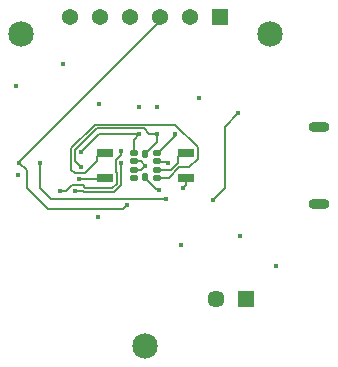
<source format=gbr>
G04*
G04 #@! TF.GenerationSoftware,Altium Limited,Altium Designer,23.3.1 (30)*
G04*
G04 Layer_Physical_Order=4*
G04 Layer_Color=16711680*
%FSLAX44Y44*%
%MOMM*%
G71*
G04*
G04 #@! TF.SameCoordinates,607B9DED-B9D6-4049-9DE7-3198A38A4F88*
G04*
G04*
G04 #@! TF.FilePolarity,Positive*
G04*
G01*
G75*
%ADD13C,0.1270*%
%ADD25R,1.4478X0.7620*%
%ADD74R,1.4500X1.4500*%
%ADD75C,1.4500*%
%ADD76O,1.8000X0.9000*%
%ADD77C,0.5000*%
%ADD78R,1.3700X1.3700*%
%ADD79C,1.3700*%
%ADD80C,0.4064*%
%ADD81C,2.1590*%
G04:AMPARAMS|DCode=93|XSize=0.63mm|YSize=0.5mm|CornerRadius=0.125mm|HoleSize=0mm|Usage=FLASHONLY|Rotation=0.000|XOffset=0mm|YOffset=0mm|HoleType=Round|Shape=RoundedRectangle|*
%AMROUNDEDRECTD93*
21,1,0.6300,0.2500,0,0,0.0*
21,1,0.3800,0.5000,0,0,0.0*
1,1,0.2500,0.1900,-0.1250*
1,1,0.2500,-0.1900,-0.1250*
1,1,0.2500,-0.1900,0.1250*
1,1,0.2500,0.1900,0.1250*
%
%ADD93ROUNDEDRECTD93*%
G04:AMPARAMS|DCode=94|XSize=0.63mm|YSize=0.5mm|CornerRadius=0.125mm|HoleSize=0mm|Usage=FLASHONLY|Rotation=90.000|XOffset=0mm|YOffset=0mm|HoleType=Round|Shape=RoundedRectangle|*
%AMROUNDEDRECTD94*
21,1,0.6300,0.2500,0,0,90.0*
21,1,0.3800,0.5000,0,0,90.0*
1,1,0.2500,0.1250,0.1900*
1,1,0.2500,0.1250,-0.1900*
1,1,0.2500,-0.1250,-0.1900*
1,1,0.2500,-0.1250,0.1900*
%
%ADD94ROUNDEDRECTD94*%
D13*
X254000Y243400D02*
X263185Y234215D01*
X264895D01*
X265430Y233680D01*
X254000Y243400D02*
Y244050D01*
X285750Y235077D02*
X288290Y237617D01*
X285750Y234950D02*
Y235077D01*
X288290Y237617D02*
Y243332D01*
X198120Y242570D02*
X218948D01*
X219710Y243332D01*
X203200Y247650D02*
X213106Y257556D01*
X191389Y250571D02*
X194310Y247650D01*
X203200D01*
X264430Y257020D02*
X272570D01*
X273050Y256540D01*
X263950Y257500D02*
X264430Y257020D01*
X281686Y256286D02*
Y261493D01*
X275900Y250500D02*
X281686Y256286D01*
X263950Y250500D02*
X275900D01*
X281686Y261493D02*
X284861Y264668D01*
X288290D01*
X264600Y264500D02*
X278865Y278765D01*
Y280135D01*
X263950Y264500D02*
X264600D01*
X278865Y280135D02*
X279400Y280670D01*
X191389Y268744D02*
X211316Y288671D01*
X279108D02*
X298196Y269583D01*
X211316Y288671D02*
X279108D01*
X298196Y259753D02*
Y269583D01*
X290812Y252369D02*
X298196Y259753D01*
X250500Y257500D02*
X254000Y254000D01*
X244050Y257500D02*
X250500D01*
X244050Y250500D02*
X250500D01*
X254000Y254000D01*
X147320Y256540D02*
X153670Y250190D01*
Y234950D02*
X171450Y217170D01*
X153670Y234950D02*
Y250190D01*
X233258Y266278D02*
X233680Y266700D01*
X244050Y275800D02*
X248920Y280670D01*
X214630D02*
X248920D01*
X212684Y285369D02*
X252839D01*
X321310Y234950D02*
Y287020D01*
X332740Y298450D01*
X165100Y234950D02*
X173990Y226060D01*
X271780D01*
X234950Y217170D02*
X238760Y220980D01*
X171450Y217170D02*
X234950D01*
X165100Y234950D02*
Y256540D01*
X147320D02*
Y257296D01*
X266700Y376676D01*
Y379730D01*
X311150Y224790D02*
X321310Y234950D01*
X201041Y237109D02*
X203200Y234950D01*
X191661Y237109D02*
X201041D01*
X203200Y234950D02*
X226149D01*
X229616Y238417D01*
X194310Y232410D02*
X201070D01*
X201832Y231648D01*
X227516D01*
X233680Y237812D01*
X181610Y232410D02*
X186962D01*
X191661Y237109D01*
X233680Y237812D02*
Y256540D01*
X229616Y238417D02*
Y248247D01*
X228981Y248882D02*
X229616Y248247D01*
X228981Y248882D02*
Y258486D01*
X233258Y262763D01*
Y266278D01*
X191389Y250571D02*
Y268744D01*
X194691Y257429D02*
Y267376D01*
X212684Y285369D01*
X194691Y257429D02*
X199390Y252730D01*
Y265430D02*
X214630Y280670D01*
X213106Y261493D02*
X216281Y264668D01*
X213106Y257556D02*
Y261493D01*
X216281Y264668D02*
X219710D01*
X263950Y243500D02*
X273637D01*
X282507Y252369D01*
X290812D01*
X263300Y243500D02*
X263950D01*
X252839Y285369D02*
X257538Y280670D01*
X264160D01*
X254000Y264267D02*
X256198Y266465D01*
X256515D02*
X264160Y274110D01*
Y280670D01*
X254000Y263950D02*
Y264267D01*
X256198Y266465D02*
X256515D01*
X244050Y264500D02*
Y275800D01*
D25*
X288290Y243332D02*
D03*
Y264668D02*
D03*
X219710D02*
D03*
Y243332D02*
D03*
D74*
X339090Y140970D02*
D03*
D75*
X313690D02*
D03*
D76*
X401400Y287000D02*
D03*
Y221000D02*
D03*
D77*
Y287000D02*
D03*
Y221000D02*
D03*
D78*
X317500Y379730D02*
D03*
D79*
X292100D02*
D03*
X266700D02*
D03*
X241300D02*
D03*
X215900D02*
D03*
X190500D02*
D03*
D80*
X214755Y305835D02*
D03*
X213720Y210820D02*
D03*
X299720Y311020D02*
D03*
X264160Y303160D02*
D03*
X248920D02*
D03*
X364370Y168910D02*
D03*
X146050Y246380D02*
D03*
X184150Y340360D02*
D03*
X144780Y321310D02*
D03*
X265430Y233680D02*
D03*
X285750Y234950D02*
D03*
X284480Y186690D02*
D03*
X334010Y194310D02*
D03*
X198120Y242570D02*
D03*
X273050Y256540D02*
D03*
X279400Y280670D02*
D03*
X254000Y254000D02*
D03*
X233680Y266700D02*
D03*
X248920Y280670D02*
D03*
X332740Y298450D02*
D03*
X271780Y226060D02*
D03*
X238760Y220980D02*
D03*
X165100Y256540D02*
D03*
X147320D02*
D03*
X311150Y224790D02*
D03*
X194310Y232410D02*
D03*
X181610D02*
D03*
X233680Y256540D02*
D03*
X199390Y265430D02*
D03*
Y252730D02*
D03*
X264160Y280670D02*
D03*
D81*
X254000Y101600D02*
D03*
X148590Y365760D02*
D03*
X359410D02*
D03*
D93*
X244050Y250500D02*
D03*
Y243500D02*
D03*
Y257500D02*
D03*
X263950Y243500D02*
D03*
Y257500D02*
D03*
Y250500D02*
D03*
X244050Y264500D02*
D03*
X263950D02*
D03*
D94*
X254000Y244050D02*
D03*
Y263950D02*
D03*
M02*

</source>
